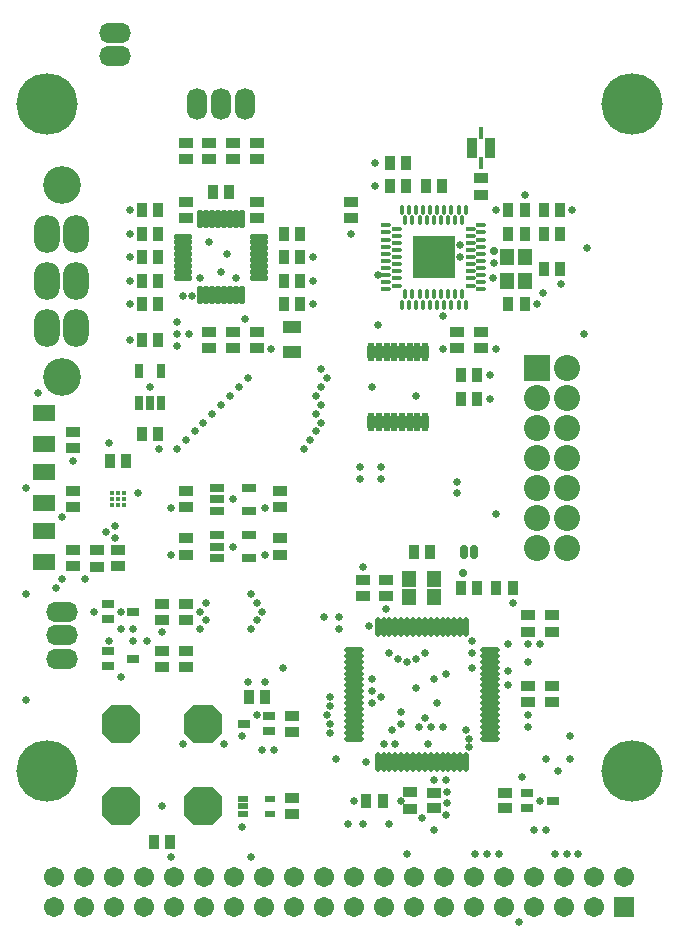
<source format=gts>
%FSLAX25Y25*%
%MOIN*%
G70*
G01*
G75*
G04 Layer_Color=8388736*
%ADD10C,0.00492*%
%ADD11R,0.13386X0.13386*%
%ADD12O,0.00787X0.02559*%
%ADD13O,0.02559X0.00787*%
%ADD14R,0.02835X0.03937*%
%ADD15R,0.03937X0.02835*%
%ADD16R,0.04134X0.04528*%
%ADD17O,0.01772X0.05512*%
%ADD18R,0.03740X0.02559*%
%ADD19R,0.03150X0.02165*%
%ADD20R,0.02559X0.03740*%
%ADD21R,0.03937X0.02362*%
G04:AMPARAMS|DCode=22|XSize=118.11mil|YSize=118.11mil|CornerRadius=0mil|HoleSize=0mil|Usage=FLASHONLY|Rotation=270.000|XOffset=0mil|YOffset=0mil|HoleType=Round|Shape=Octagon|*
%AMOCTAGOND22*
4,1,8,-0.02953,-0.05906,0.02953,-0.05906,0.05906,-0.02953,0.05906,0.02953,0.02953,0.05906,-0.02953,0.05906,-0.05906,0.02953,-0.05906,-0.02953,-0.02953,-0.05906,0.0*
%
%ADD22OCTAGOND22*%

%ADD23R,0.02362X0.03937*%
%ADD24R,0.05512X0.03543*%
%ADD25O,0.01181X0.05512*%
%ADD26O,0.05512X0.01181*%
%ADD27O,0.05709X0.01181*%
%ADD28O,0.01181X0.05709*%
%ADD29R,0.06496X0.04724*%
%ADD30R,0.03937X0.01811*%
%ADD31R,0.01811X0.01811*%
%ADD32C,0.01142*%
%ADD33R,0.01378X0.03740*%
%ADD34R,0.02953X0.06496*%
%ADD35R,0.03347X0.01575*%
%ADD36C,0.00984*%
%ADD37C,0.01575*%
%ADD38C,0.00787*%
%ADD39C,0.01969*%
%ADD40C,0.01000*%
%ADD41C,0.00500*%
%ADD42O,0.09843X0.05906*%
%ADD43R,0.07874X0.07874*%
%ADD44C,0.07874*%
%ADD45R,0.05906X0.05906*%
%ADD46C,0.05906*%
%ADD47O,0.05906X0.09843*%
%ADD48C,0.11811*%
%ADD49O,0.07874X0.11811*%
%ADD50C,0.19685*%
%ADD51O,0.01969X0.03937*%
%ADD52C,0.01969*%
%ADD53C,0.00394*%
%ADD54C,0.02362*%
%ADD55C,0.00591*%
%ADD56R,0.14186X0.14186*%
%ADD57O,0.01587X0.03359*%
%ADD58O,0.03359X0.01587*%
%ADD59R,0.03635X0.04737*%
%ADD60R,0.04737X0.03635*%
%ADD61R,0.04934X0.05328*%
%ADD62O,0.02572X0.06312*%
%ADD63R,0.04540X0.03359*%
%ADD64R,0.03950X0.02965*%
%ADD65R,0.03359X0.04540*%
%ADD66R,0.04737X0.03162*%
G04:AMPARAMS|DCode=67|XSize=126.11mil|YSize=126.11mil|CornerRadius=0mil|HoleSize=0mil|Usage=FLASHONLY|Rotation=270.000|XOffset=0mil|YOffset=0mil|HoleType=Round|Shape=Octagon|*
%AMOCTAGOND67*
4,1,8,-0.03153,-0.06306,0.03153,-0.06306,0.06306,-0.03153,0.06306,0.03153,0.03153,0.06306,-0.03153,0.06306,-0.06306,0.03153,-0.06306,-0.03153,-0.03153,-0.06306,0.0*
%
%ADD67OCTAGOND67*%

%ADD68R,0.03162X0.04737*%
%ADD69R,0.06312X0.04343*%
%ADD70O,0.01981X0.06312*%
%ADD71O,0.06312X0.01981*%
%ADD72O,0.06509X0.01981*%
%ADD73O,0.01981X0.06509*%
%ADD74R,0.07296X0.05524*%
%ADD75C,0.01535*%
%ADD76R,0.01772X0.04134*%
%ADD77R,0.03347X0.06890*%
%ADD78R,0.03819X0.02047*%
%ADD79O,0.10642X0.06706*%
%ADD80R,0.08674X0.08674*%
%ADD81C,0.08674*%
%ADD82R,0.06706X0.06706*%
%ADD83C,0.06706*%
%ADD84O,0.06706X0.10642*%
%ADD85C,0.12611*%
%ADD86O,0.08674X0.12611*%
%ADD87C,0.20485*%
%ADD88O,0.02769X0.04737*%
%ADD89C,0.02559*%
%ADD90C,0.02769*%
D56*
X31496Y224410D02*
D03*
D57*
X22047Y212106D02*
D03*
X24409D02*
D03*
X26772D02*
D03*
X29134D02*
D03*
X31496D02*
D03*
X33858D02*
D03*
X36220D02*
D03*
X38583D02*
D03*
X40945D02*
D03*
Y236713D02*
D03*
X38583D02*
D03*
X36220D02*
D03*
X33858D02*
D03*
X31496D02*
D03*
X29134D02*
D03*
X26772D02*
D03*
X24409D02*
D03*
X22047D02*
D03*
X20866Y208563D02*
D03*
X23228D02*
D03*
X25591D02*
D03*
X27953D02*
D03*
X30315D02*
D03*
X32677D02*
D03*
X35039D02*
D03*
X37402D02*
D03*
X39764D02*
D03*
X42126D02*
D03*
Y240256D02*
D03*
X39764D02*
D03*
X37402D02*
D03*
X35039D02*
D03*
X32677D02*
D03*
X30315D02*
D03*
X27953D02*
D03*
X25591D02*
D03*
X23228D02*
D03*
X20866D02*
D03*
D58*
X43799Y214961D02*
D03*
Y217323D02*
D03*
Y219685D02*
D03*
Y222047D02*
D03*
Y224410D02*
D03*
Y226772D02*
D03*
Y229134D02*
D03*
Y231496D02*
D03*
Y233858D02*
D03*
X19193D02*
D03*
Y231496D02*
D03*
Y229134D02*
D03*
Y226772D02*
D03*
Y224410D02*
D03*
Y222047D02*
D03*
Y219685D02*
D03*
Y217323D02*
D03*
Y214961D02*
D03*
X47343Y213779D02*
D03*
Y216142D02*
D03*
Y218504D02*
D03*
Y220866D02*
D03*
Y223228D02*
D03*
Y225590D02*
D03*
Y227953D02*
D03*
Y230315D02*
D03*
Y232677D02*
D03*
Y235039D02*
D03*
X15650D02*
D03*
Y232677D02*
D03*
Y230315D02*
D03*
Y227953D02*
D03*
Y225590D02*
D03*
Y223228D02*
D03*
Y220866D02*
D03*
Y218504D02*
D03*
Y216142D02*
D03*
Y213779D02*
D03*
D59*
X22402Y248031D02*
D03*
X16969D02*
D03*
X22402Y255906D02*
D03*
X16969D02*
D03*
X73583Y232283D02*
D03*
X68150D02*
D03*
X61772D02*
D03*
X56339D02*
D03*
X56339Y240158D02*
D03*
X61772D02*
D03*
X68150D02*
D03*
X73583D02*
D03*
X68150Y220472D02*
D03*
X73583D02*
D03*
X56339Y208661D02*
D03*
X61772D02*
D03*
X40591Y185039D02*
D03*
X46024D02*
D03*
X40591Y177165D02*
D03*
X46024D02*
D03*
X30276Y125984D02*
D03*
X24843D02*
D03*
X40591Y114173D02*
D03*
X46024D02*
D03*
X57835D02*
D03*
X52402D02*
D03*
X14527Y43307D02*
D03*
X9094D02*
D03*
X-76535Y156496D02*
D03*
X-71102D02*
D03*
X-60276Y216535D02*
D03*
X-65709D02*
D03*
X-60276Y196850D02*
D03*
X-65709D02*
D03*
X-60276Y208661D02*
D03*
X-65709D02*
D03*
X-60276Y224410D02*
D03*
X-65709D02*
D03*
X-60276Y240158D02*
D03*
X-65709D02*
D03*
X-60276Y232283D02*
D03*
X-65709D02*
D03*
X-36654Y246063D02*
D03*
X-42087D02*
D03*
X-18465Y224410D02*
D03*
X-13032D02*
D03*
X34213Y248031D02*
D03*
X28780D02*
D03*
X-65709Y165354D02*
D03*
X-60276D02*
D03*
D60*
X47244Y250748D02*
D03*
Y245315D02*
D03*
Y199567D02*
D03*
Y194134D02*
D03*
X39370Y199567D02*
D03*
Y194134D02*
D03*
X7874Y111457D02*
D03*
Y116890D02*
D03*
X15748Y111457D02*
D03*
Y116890D02*
D03*
X62992Y105079D02*
D03*
Y99646D02*
D03*
X70866Y105079D02*
D03*
Y99646D02*
D03*
X62992Y81457D02*
D03*
Y76024D02*
D03*
X23622Y40591D02*
D03*
Y46024D02*
D03*
X-51181Y130669D02*
D03*
Y125236D02*
D03*
Y146417D02*
D03*
Y140984D02*
D03*
X-19685Y130669D02*
D03*
Y125236D02*
D03*
Y146417D02*
D03*
Y140984D02*
D03*
X-80709Y126732D02*
D03*
Y121299D02*
D03*
X-35433Y199567D02*
D03*
Y194134D02*
D03*
X-27559Y199567D02*
D03*
Y194134D02*
D03*
X-35433Y257126D02*
D03*
Y262559D02*
D03*
X-43307Y262559D02*
D03*
Y257126D02*
D03*
X-27559Y237441D02*
D03*
Y242874D02*
D03*
X-51181Y242874D02*
D03*
Y237441D02*
D03*
X3937Y242874D02*
D03*
Y237441D02*
D03*
D61*
X56055Y224472D02*
D03*
X62055D02*
D03*
X56055Y216472D02*
D03*
X62055D02*
D03*
X23425Y117126D02*
D03*
X31693D02*
D03*
X23425Y111221D02*
D03*
X31693D02*
D03*
D62*
X28642Y192717D02*
D03*
X26083D02*
D03*
X23524D02*
D03*
X20965D02*
D03*
X18406D02*
D03*
X15846D02*
D03*
X13287D02*
D03*
X10728D02*
D03*
X28642Y169488D02*
D03*
X26083D02*
D03*
X23524D02*
D03*
X20965D02*
D03*
X18406D02*
D03*
X15846D02*
D03*
X13287D02*
D03*
X10728D02*
D03*
D63*
X70866Y76083D02*
D03*
Y81398D02*
D03*
X55118Y40650D02*
D03*
Y45965D02*
D03*
X31496D02*
D03*
Y40650D02*
D03*
X-15748Y66240D02*
D03*
Y71555D02*
D03*
Y43996D02*
D03*
Y38681D02*
D03*
X-59055Y103642D02*
D03*
Y108957D02*
D03*
X-51181Y103642D02*
D03*
Y108957D02*
D03*
Y93209D02*
D03*
Y87894D02*
D03*
X-59055D02*
D03*
Y93209D02*
D03*
X-73819Y126673D02*
D03*
Y121358D02*
D03*
X-43307Y194193D02*
D03*
Y199508D02*
D03*
X-51181Y257185D02*
D03*
Y262500D02*
D03*
X-27559Y257185D02*
D03*
Y262500D02*
D03*
X-88583Y166043D02*
D03*
Y160728D02*
D03*
Y146358D02*
D03*
Y141043D02*
D03*
Y121358D02*
D03*
Y126673D02*
D03*
D64*
X62697Y45866D02*
D03*
Y40748D02*
D03*
X71161Y43307D02*
D03*
X-23327Y66339D02*
D03*
Y71457D02*
D03*
X-31791Y68898D02*
D03*
X-68602Y90551D02*
D03*
X-77067Y87992D02*
D03*
Y93110D02*
D03*
X-68602Y106299D02*
D03*
X-77067Y103740D02*
D03*
Y108858D02*
D03*
D65*
X-61713Y29528D02*
D03*
X-56398D02*
D03*
X-13091Y208661D02*
D03*
X-18406D02*
D03*
X-13091Y232283D02*
D03*
X-18406D02*
D03*
X-13091Y216535D02*
D03*
X-18406D02*
D03*
X-30217Y77756D02*
D03*
X-24902D02*
D03*
D66*
X-40846Y131693D02*
D03*
Y127953D02*
D03*
Y124213D02*
D03*
X-30020D02*
D03*
Y131693D02*
D03*
X-40846Y147441D02*
D03*
Y143701D02*
D03*
Y139961D02*
D03*
X-30020D02*
D03*
Y147441D02*
D03*
D67*
X-45276Y68898D02*
D03*
X-72835D02*
D03*
X-45276Y41339D02*
D03*
X-72835D02*
D03*
D68*
X-66732Y175689D02*
D03*
X-62992D02*
D03*
X-59252D02*
D03*
Y186516D02*
D03*
X-66732D02*
D03*
D69*
X-15748Y192717D02*
D03*
Y200984D02*
D03*
D70*
X-32480Y237008D02*
D03*
X-34449D02*
D03*
X-36417D02*
D03*
X-38386D02*
D03*
X-40354D02*
D03*
X-42323D02*
D03*
X-44291D02*
D03*
X-46260D02*
D03*
Y211811D02*
D03*
X-44291D02*
D03*
X-42323D02*
D03*
X-40354D02*
D03*
X-38386D02*
D03*
X-36417D02*
D03*
X-34449D02*
D03*
X-32480D02*
D03*
D71*
X-51968Y231299D02*
D03*
Y229331D02*
D03*
Y227362D02*
D03*
Y225394D02*
D03*
Y223425D02*
D03*
Y221457D02*
D03*
Y219488D02*
D03*
Y217520D02*
D03*
X-26772D02*
D03*
Y219488D02*
D03*
Y221457D02*
D03*
Y223425D02*
D03*
Y225394D02*
D03*
Y227362D02*
D03*
Y229331D02*
D03*
Y231299D02*
D03*
D72*
X5020Y93504D02*
D03*
Y91535D02*
D03*
Y89567D02*
D03*
Y87598D02*
D03*
Y85630D02*
D03*
Y83661D02*
D03*
Y81693D02*
D03*
Y79724D02*
D03*
Y77756D02*
D03*
Y75787D02*
D03*
Y73819D02*
D03*
Y71850D02*
D03*
Y69882D02*
D03*
Y67913D02*
D03*
Y65945D02*
D03*
Y63976D02*
D03*
X50098D02*
D03*
Y65945D02*
D03*
Y67913D02*
D03*
Y69882D02*
D03*
Y71850D02*
D03*
Y73819D02*
D03*
Y75787D02*
D03*
Y77756D02*
D03*
Y79724D02*
D03*
Y81693D02*
D03*
Y83661D02*
D03*
Y85630D02*
D03*
Y87598D02*
D03*
Y89567D02*
D03*
Y91535D02*
D03*
Y93504D02*
D03*
D73*
X12795Y56201D02*
D03*
X14764D02*
D03*
X16732D02*
D03*
X18701D02*
D03*
X20669D02*
D03*
X22638D02*
D03*
X24606D02*
D03*
X26575D02*
D03*
X28543D02*
D03*
X30512D02*
D03*
X32480D02*
D03*
X34449D02*
D03*
X36417D02*
D03*
X38386D02*
D03*
X40354D02*
D03*
X42323D02*
D03*
Y101279D02*
D03*
X40354D02*
D03*
X38386D02*
D03*
X36417D02*
D03*
X34449D02*
D03*
X32480D02*
D03*
X30512D02*
D03*
X28543D02*
D03*
X26575D02*
D03*
X24606D02*
D03*
X22638D02*
D03*
X20669D02*
D03*
X18701D02*
D03*
X16732D02*
D03*
X14764D02*
D03*
X12795D02*
D03*
D74*
X-98425Y162106D02*
D03*
Y172539D02*
D03*
Y142421D02*
D03*
Y152854D02*
D03*
Y122736D02*
D03*
Y133169D02*
D03*
D75*
X-75787Y145669D02*
D03*
X-73819D02*
D03*
X-71850D02*
D03*
X-75787Y143701D02*
D03*
X-73819D02*
D03*
X-71850D02*
D03*
X-75787Y141732D02*
D03*
X-73819D02*
D03*
X-71850D02*
D03*
D76*
X47244Y265827D02*
D03*
Y255827D02*
D03*
D77*
X50244Y260827D02*
D03*
X44244D02*
D03*
D78*
X-31988Y43898D02*
D03*
Y41339D02*
D03*
Y38780D02*
D03*
X-23130D02*
D03*
Y43898D02*
D03*
D79*
X-92520Y90551D02*
D03*
Y106299D02*
D03*
Y98425D02*
D03*
X-74803Y299213D02*
D03*
Y291339D02*
D03*
D80*
X65945Y187480D02*
D03*
D81*
X75945D02*
D03*
X65945Y177480D02*
D03*
X75945D02*
D03*
X65945Y167480D02*
D03*
X75945D02*
D03*
X65945Y157480D02*
D03*
X75945D02*
D03*
X65945Y147480D02*
D03*
X75945D02*
D03*
X65945Y137480D02*
D03*
X75945D02*
D03*
X65945Y127480D02*
D03*
X75945D02*
D03*
D82*
X95000Y7874D02*
D03*
D83*
X85000D02*
D03*
X75000D02*
D03*
X65000D02*
D03*
X55000D02*
D03*
X45000D02*
D03*
X35000D02*
D03*
X25000D02*
D03*
X15000D02*
D03*
X5000D02*
D03*
X-5000D02*
D03*
X-15000D02*
D03*
X-25000D02*
D03*
X-35000D02*
D03*
X-45000D02*
D03*
X-55000D02*
D03*
X-65000D02*
D03*
X-75000D02*
D03*
X-85000D02*
D03*
X-95000D02*
D03*
Y17874D02*
D03*
X-85000D02*
D03*
X-75000D02*
D03*
X-65000D02*
D03*
X-55000D02*
D03*
X-45000D02*
D03*
X-35000D02*
D03*
X-25000D02*
D03*
X-15000D02*
D03*
X-5000D02*
D03*
X5000D02*
D03*
X15000D02*
D03*
X25000D02*
D03*
X35000D02*
D03*
X45000D02*
D03*
X55000D02*
D03*
X65000D02*
D03*
X75000D02*
D03*
X85000D02*
D03*
X95000D02*
D03*
D84*
X-47244Y275590D02*
D03*
X-31496D02*
D03*
X-39370D02*
D03*
D85*
X-92519Y184645D02*
D03*
Y248425D02*
D03*
D86*
X-87598Y216535D02*
D03*
X-97441D02*
D03*
Y200787D02*
D03*
X-87598D02*
D03*
Y232283D02*
D03*
X-97441D02*
D03*
D87*
X-97441Y53150D02*
D03*
X97441D02*
D03*
X-97441Y275590D02*
D03*
X97441D02*
D03*
D88*
X41607Y125984D02*
D03*
X45007D02*
D03*
D89*
X27165Y224410D02*
D03*
Y228740D02*
D03*
X31496D02*
D03*
Y224410D02*
D03*
X27165Y220079D02*
D03*
X35827Y224410D02*
D03*
X31496Y220079D02*
D03*
X35827Y228740D02*
D03*
Y220079D02*
D03*
X73819Y215551D02*
D03*
X34449Y204724D02*
D03*
X81693Y198819D02*
D03*
X51181Y217520D02*
D03*
X-22638Y193898D02*
D03*
X-5906Y187008D02*
D03*
X-68898Y100394D02*
D03*
X-63976Y96457D02*
D03*
X-18701Y87598D02*
D03*
X-29528Y112205D02*
D03*
X-59055Y99410D02*
D03*
X-25591Y106299D02*
D03*
X-27559Y103347D02*
D03*
X-32480Y64961D02*
D03*
X-984Y57087D02*
D03*
X-2953Y68898D02*
D03*
X-3937Y71850D02*
D03*
X-2953Y65945D02*
D03*
X-25591Y60039D02*
D03*
X-21654D02*
D03*
X-27559Y109252D02*
D03*
X-44291Y103347D02*
D03*
Y109252D02*
D03*
X-46260Y106299D02*
D03*
X-29528Y100394D02*
D03*
X-46260D02*
D03*
X-77756Y132874D02*
D03*
X-74803Y130905D02*
D03*
X-76772Y96457D02*
D03*
X-74803Y134843D02*
D03*
X-76772Y162402D02*
D03*
X-66929Y145669D02*
D03*
X-84646Y117126D02*
D03*
X-31496Y203740D02*
D03*
X-4921Y104331D02*
D03*
X7874Y121063D02*
D03*
X-54134Y194882D02*
D03*
Y202756D02*
D03*
X-52165Y211614D02*
D03*
X-49213D02*
D03*
X-46260Y217520D02*
D03*
X-34449D02*
D03*
X0Y104331D02*
D03*
X9843Y101378D02*
D03*
X15748Y107283D02*
D03*
X-27559Y71850D02*
D03*
X27559Y37402D02*
D03*
X7874Y35433D02*
D03*
X16732D02*
D03*
X2953Y35433D02*
D03*
X22638Y25591D02*
D03*
X31496Y33465D02*
D03*
X10827Y79724D02*
D03*
X76772Y57087D02*
D03*
Y64961D02*
D03*
X62992Y67913D02*
D03*
Y71850D02*
D03*
X20669Y43307D02*
D03*
X45276Y25591D02*
D03*
X49213D02*
D03*
X53150D02*
D03*
X64961Y33465D02*
D03*
X79724Y25591D02*
D03*
X75787D02*
D03*
X71850D02*
D03*
X61024Y51181D02*
D03*
X4921Y43307D02*
D03*
X62992Y95472D02*
D03*
X56102Y81693D02*
D03*
Y95472D02*
D03*
X10827Y83661D02*
D03*
X-32480Y34449D02*
D03*
X10827Y75787D02*
D03*
X8858Y56102D02*
D03*
X60039Y2953D02*
D03*
X-29528Y24606D02*
D03*
X-59055Y41339D02*
D03*
X-69882Y208661D02*
D03*
Y216535D02*
D03*
Y224410D02*
D03*
Y232283D02*
D03*
Y240158D02*
D03*
X-8858Y208661D02*
D03*
Y216535D02*
D03*
Y224410D02*
D03*
X-43307Y229331D02*
D03*
X77756Y240158D02*
D03*
X62008Y245079D02*
D03*
X65945Y208661D02*
D03*
X67913Y212598D02*
D03*
X34449Y193898D02*
D03*
X52165D02*
D03*
X50197Y185039D02*
D03*
Y177165D02*
D03*
X-60039Y160433D02*
D03*
X-62992Y181102D02*
D03*
X-56102Y140748D02*
D03*
X-24606D02*
D03*
X-35433Y127953D02*
D03*
X-56102Y125000D02*
D03*
X-24606D02*
D03*
X66929Y95472D02*
D03*
X58071Y109252D02*
D03*
X52165Y240158D02*
D03*
X40354Y224410D02*
D03*
Y228346D02*
D03*
X11811Y248031D02*
D03*
Y255906D02*
D03*
X12795Y201772D02*
D03*
X-35433Y143701D02*
D03*
X35433Y50197D02*
D03*
X68898Y33465D02*
D03*
X31496Y50197D02*
D03*
X14764Y62008D02*
D03*
X18701D02*
D03*
X30512Y67913D02*
D03*
X26575D02*
D03*
X28543Y70866D02*
D03*
X20669Y68898D02*
D03*
X28543Y92520D02*
D03*
X16732D02*
D03*
X20669Y72835D02*
D03*
X22638Y89567D02*
D03*
X62992D02*
D03*
X56102Y86614D02*
D03*
X12795Y218504D02*
D03*
X25591Y90551D02*
D03*
X19685D02*
D03*
X-2953Y74803D02*
D03*
Y77756D02*
D03*
X29528Y62008D02*
D03*
X43307Y63976D02*
D03*
X72835Y53150D02*
D03*
X68898Y57087D02*
D03*
X43307Y61024D02*
D03*
X42323Y66929D02*
D03*
X35433Y85630D02*
D03*
X34449Y67913D02*
D03*
X32480Y75787D02*
D03*
X31496Y83661D02*
D03*
X25591Y80709D02*
D03*
X13780Y77756D02*
D03*
X0Y100394D02*
D03*
X-37402Y225394D02*
D03*
X-69882Y196850D02*
D03*
X-54134Y160433D02*
D03*
X-51181Y163386D02*
D03*
X-42323Y172244D02*
D03*
X-48228Y166339D02*
D03*
X-50197Y198819D02*
D03*
X-54134D02*
D03*
X-45276Y169291D02*
D03*
X-39370Y175197D02*
D03*
X-36417Y178150D02*
D03*
X-33465Y181102D02*
D03*
X-39370Y219488D02*
D03*
X13780Y154528D02*
D03*
X39370Y149606D02*
D03*
Y145669D02*
D03*
X6890Y150591D02*
D03*
X13780D02*
D03*
X6890Y154528D02*
D03*
X-11811Y160433D02*
D03*
X-7874Y172244D02*
D03*
X-5906Y175197D02*
D03*
X-7874Y178150D02*
D03*
X-5906Y169291D02*
D03*
Y181102D02*
D03*
X-3937Y184055D02*
D03*
X-30512D02*
D03*
X10827Y181102D02*
D03*
X25591Y178150D02*
D03*
X3937Y232283D02*
D03*
X-9843Y163386D02*
D03*
X-7874Y166339D02*
D03*
X-72835Y84646D02*
D03*
X-68898Y96457D02*
D03*
X-72835Y100394D02*
D03*
X-100394Y179134D02*
D03*
X-104331Y147638D02*
D03*
X-72835Y106299D02*
D03*
X-104331Y112205D02*
D03*
X-92520Y117126D02*
D03*
X-94488Y114173D02*
D03*
X-81693Y106299D02*
D03*
X52165Y138779D02*
D03*
X-56102Y24606D02*
D03*
X-88583Y156496D02*
D03*
X-104331Y76772D02*
D03*
X-92520Y137795D02*
D03*
X-52165Y62008D02*
D03*
X-38386D02*
D03*
X17717Y66929D02*
D03*
X44291Y87598D02*
D03*
Y92520D02*
D03*
Y96457D02*
D03*
X66929Y43307D02*
D03*
X-24606Y82677D02*
D03*
X-30512D02*
D03*
X51673Y222638D02*
D03*
X35433Y38386D02*
D03*
X35925Y42323D02*
D03*
Y46260D02*
D03*
X82677Y227362D02*
D03*
D90*
X41339Y119095D02*
D03*
X51673Y226378D02*
D03*
M02*

</source>
